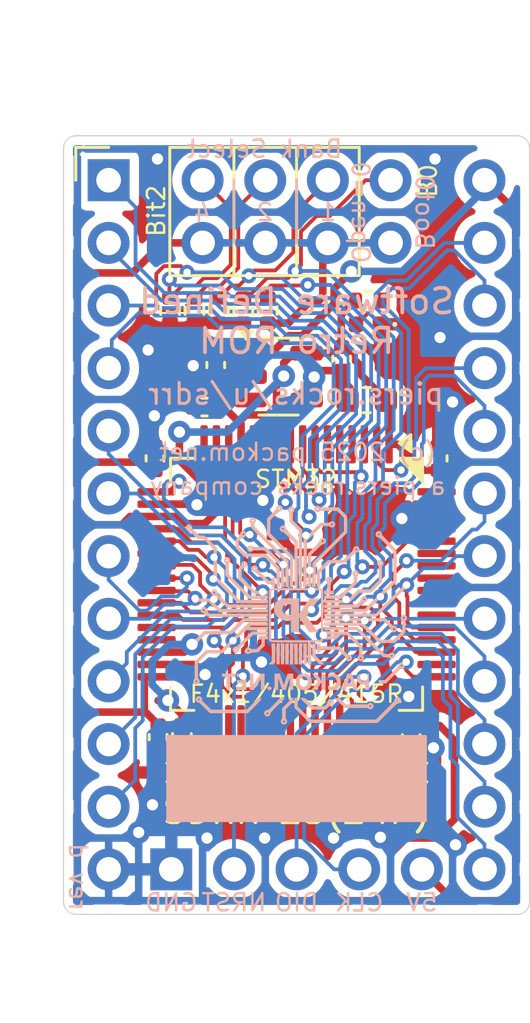
<source format=kicad_pcb>
(kicad_pcb
	(version 20240108)
	(generator "pcbnew")
	(generator_version "8.0")
	(general
		(thickness 1.6)
		(legacy_teardrops no)
	)
	(paper "A4")
	(layers
		(0 "F.Cu" signal)
		(31 "B.Cu" signal)
		(32 "B.Adhes" user "B.Adhesive")
		(33 "F.Adhes" user "F.Adhesive")
		(34 "B.Paste" user)
		(35 "F.Paste" user)
		(36 "B.SilkS" user "B.Silkscreen")
		(37 "F.SilkS" user "F.Silkscreen")
		(38 "B.Mask" user)
		(39 "F.Mask" user)
		(40 "Dwgs.User" user "User.Drawings")
		(41 "Cmts.User" user "User.Comments")
		(42 "Eco1.User" user "User.Eco1")
		(43 "Eco2.User" user "User.Eco2")
		(44 "Edge.Cuts" user)
		(45 "Margin" user)
		(46 "B.CrtYd" user "B.Courtyard")
		(47 "F.CrtYd" user "F.Courtyard")
		(48 "B.Fab" user)
		(49 "F.Fab" user)
		(50 "User.1" user)
		(51 "User.2" user)
		(52 "User.3" user)
		(53 "User.4" user)
		(54 "User.5" user)
		(55 "User.6" user)
		(56 "User.7" user)
		(57 "User.8" user)
		(58 "User.9" user)
	)
	(setup
		(pad_to_mask_clearance 0)
		(allow_soldermask_bridges_in_footprints no)
		(pcbplotparams
			(layerselection 0x00010fc_ffffffff)
			(plot_on_all_layers_selection 0x0000000_00000000)
			(disableapertmacros no)
			(usegerberextensions no)
			(usegerberattributes yes)
			(usegerberadvancedattributes yes)
			(creategerberjobfile yes)
			(dashed_line_dash_ratio 12.000000)
			(dashed_line_gap_ratio 3.000000)
			(svgprecision 4)
			(plotframeref no)
			(viasonmask no)
			(mode 1)
			(useauxorigin no)
			(hpglpennumber 1)
			(hpglpenspeed 20)
			(hpglpendiameter 15.000000)
			(pdf_front_fp_property_popups yes)
			(pdf_back_fp_property_popups yes)
			(dxfpolygonmode yes)
			(dxfimperialunits yes)
			(dxfusepcbnewfont yes)
			(psnegative no)
			(psa4output no)
			(plotreference yes)
			(plotvalue yes)
			(plotfptext yes)
			(plotinvisibletext no)
			(sketchpadsonfab no)
			(subtractmaskfromsilk no)
			(outputformat 1)
			(mirror no)
			(drillshape 1)
			(scaleselection 1)
			(outputdirectory "")
		)
	)
	(net 0 "")
	(net 1 "Net-(C8-Pad1)")
	(net 2 "Net-(C9-Pad1)")
	(net 3 "Net-(U1-VCAP1)")
	(net 4 "unconnected-(U1-PB15-Pad36)")
	(net 5 "GND")
	(net 6 "+5V")
	(net 7 "+3V3")
	(net 8 "NRST")
	(net 9 "SWCLK")
	(net 10 "SWDIO")
	(net 11 "SEL1")
	(net 12 "A2")
	(net 13 "SEL0")
	(net 14 "unconnected-(U1-PB4-Pad56)")
	(net 15 "SEL2")
	(net 16 "BOOT0")
	(net 17 "unconnected-(U1-PB13-Pad34)")
	(net 18 "A0")
	(net 19 "A8")
	(net 20 "D1")
	(net 21 "D4")
	(net 22 "unconnected-(U1-PC15-Pad4)")
	(net 23 "A11")
	(net 24 "D2")
	(net 25 "A12")
	(net 26 "unconnected-(U1-PB9-Pad62)")
	(net 27 "D5")
	(net 28 "unconnected-(U1-PH1-Pad6)")
	(net 29 "unconnected-(U1-PB8-Pad61)")
	(net 30 "unconnected-(U1-PB10-Pad29)")
	(net 31 "unconnected-(U1-PB14-Pad35)")
	(net 32 "unconnected-(U1-PB6-Pad58)")
	(net 33 "D6")
	(net 34 "unconnected-(U1-PA9-Pad42)")
	(net 35 "A9")
	(net 36 "A4")
	(net 37 "D3")
	(net 38 "MCO")
	(net 39 "A3")
	(net 40 "A1")
	(net 41 "D7")
	(net 42 "A7")
	(net 43 "A5")
	(net 44 "A10")
	(net 45 "CS1")
	(net 46 "unconnected-(U1-PA15-Pad50)")
	(net 47 "unconnected-(U1-PH0-Pad5)")
	(net 48 "D0")
	(net 49 "unconnected-(U1-PB12-Pad33)")
	(net 50 "unconnected-(U1-PB5-Pad57)")
	(net 51 "unconnected-(U1-PC14-Pad3)")
	(net 52 "unconnected-(U1-PD2-Pad54)")
	(net 53 "unconnected-(U3-NC-Pad4)")
	(net 54 "unconnected-(U1-PB3-Pad55)")
	(net 55 "A6")
	(net 56 "Net-(D1-A)")
	(net 57 "unconnected-(U1-PB7-Pad59)")
	(footprint "Resistor_SMD:R_0402_1005Metric" (layer "F.Cu") (at 112.1156 36.6268))
	(footprint "Capacitor_SMD:C_0402_1005Metric" (layer "F.Cu") (at 105.9434 39.243 -90))
	(footprint "Capacitor_SMD:C_0603_1608Metric" (layer "F.Cu") (at 112.0648 40.6654 180))
	(footprint "Resistor_SMD:R_0402_1005Metric" (layer "F.Cu") (at 104.0892 37.0332 -90))
	(footprint "Capacitor_SMD:C_0402_1005Metric" (layer "F.Cu") (at 111.0488 38.989 -90))
	(footprint "Resistor_SMD:R_0402_1005Metric" (layer "F.Cu") (at 105.0798 37.0332 -90))
	(footprint "Package_TO_SOT_SMD:SOT-23-5" (layer "F.Cu") (at 108.4889 39.7104))
	(footprint "piers_retro_footprints:TestPoint_THTPad_1.0x1.0mm_Drill0.5mm" (layer "F.Cu") (at 109.22 55.6098))
	(footprint "Resistor_SMD:R_0402_1005Metric" (layer "F.Cu") (at 107.061 37.0332 -90))
	(footprint "Capacitor_SMD:C_0402_1005Metric" (layer "F.Cu") (at 103.4796 43.0276 90))
	(footprint "Capacitor_SMD:C_0402_1005Metric" (layer "F.Cu") (at 113.8682 54.3398 -90))
	(footprint "Resistor_SMD:R_0402_1005Metric" (layer "F.Cu") (at 104.1146 55.7622))
	(footprint "Connector_PinHeader_2.54mm:PinHeader_2x04_P2.54mm_Vertical" (layer "F.Cu") (at 113.03 31.75 -90))
	(footprint "Resistor_SMD:R_0402_1005Metric" (layer "F.Cu") (at 106.0704 37.0332 -90))
	(footprint "piers_retro_footprints:2x12 dip pin output 600mil centres no ss" (layer "F.Cu") (at 101.6 31.75))
	(footprint "Resistor_SMD:R_0402_1005Metric" (layer "F.Cu") (at 114.3508 55.7622 180))
	(footprint "Package_QFP:LQFP-64_10x10mm_P0.5mm" (layer "F.Cu") (at 109.22 48.133 -90))
	(footprint "Capacitor_SMD:C_0402_1005Metric" (layer "F.Cu") (at 103.6066 54.3306 -90))
	(footprint "Capacitor_SMD:C_0402_1005Metric" (layer "F.Cu") (at 105.4862 40.9448 180))
	(footprint "Capacitor_SMD:C_0603_1608Metric" (layer "F.Cu") (at 111.887 55.6098 180))
	(footprint "Capacitor_SMD:C_0603_1608Metric" (layer "F.Cu") (at 106.553 55.5844))
	(footprint "Resistor_SMD:R_0402_1005Metric" (layer "F.Cu") (at 104.5718 54.3398 90))
	(footprint "Connector_PinHeader_2.54mm:PinHeader_1x05_P2.54mm_Vertical" (layer "F.Cu") (at 104.14 59.69 90))
	(footprint "LED_SMD:LED_0402_1005Metric" (layer "F.Cu") (at 112.1156 37.592 180))
	(footprint "Capacitor_SMD:C_0402_1005Metric" (layer "F.Cu") (at 114.9604 43.0276 90))
	(footprint "Resistor_SMD:R_0402_1005Metric" (layer "F.Cu") (at 108.0516 37.0332 90))
	(footprint "piers_footprints:packom_logo_reverse"
		(layer "B.Cu")
		(uuid "35c570c6-5c73-42d0-a794-c2b175ba4380")
		(at 109.22 49.375716 180)
		(property "Reference" "G***"
			(at 0 0 0)
			(layer "B.SilkS")
			(hide yes)
			(uuid "02a10360-b56a-4d15-999f-50aea587dedf")
			(effects
				(font
					(size 1.524 1.524)
					(thickness 0.3)
				)
				(justify mirror)
			)
		)
		(property "Value" "LOGO"
			(at 0.75 0 0)
			(layer "B.SilkS")
			(hide yes)
			(uuid "ee37ff81-e433-4593-b612-0e932cc91bc3")
			(effects
				(font
					(size 1.524 1.524)
					(thickness 0.3)
				)
				(justify mirror)
			)
		)
		(property "Footprint" "piers_footprints:packom_logo_reverse"
			(at 0 0 0)
			(layer "B.Fab")
			(hide yes)
			(uuid "8fb1ea19-08a7-454c-a7ca-f80d85e7df7d")
			(effects
				(font
					(size 1.27 1.27)
					(thickness 0.15)
				)
				(justify mirror)
			)
		)
		(property "Datasheet" ""
			(at 0 0 0)
			(layer "B.Fab")
			(hide yes)
			(uuid "21ae3244-469c-4006-a2ea-df01f5bd5d4d")
			(effects
				(font
					(size 1.27 1.27)
					(thickness 0.15)
				)
				(justify mirror)
			)
		)
		(property "Description" ""
			(at 0 0 0)
			(layer "B.Fab")
			(hide yes)
			(uuid "fe066415-2899-430f-90fe-bf196df52ee0")
			(effects
				(font
					(size 1.27 1.27)
					(thickness 0.15)
				)
				(justify mirror)
			)
		)
		(attr through_hole board_only exclude_from_bom allow_missing_courtyard)
		(fp_poly
			(pts
				(xy 0.264584 -2.00025) (xy 0.137584 -2.00025) (xy 0.137584 -1.153583) (xy 0.264584 -1.153583) (xy 0.264584 -2.00025)
			)
			(stroke
				(width 0.01)
				(type solid)
			)
			(fill solid)
			(layer "B.SilkS")
			(uuid "42b35324-2d1c-42d3-b7ad-ce46b7e36336")
		)
		(fp_poly
			(pts
				(xy -0.09525 -2.00025) (xy -0.22225 -2.00025) (xy -0.22225 -1.153583) (xy -0.09525 -1.153583) (xy -0.09525 -2.00025)
			)
			(stroke
				(width 0.01)
				(type solid)
			)
			(fill solid)
			(layer "B.SilkS")
			(uuid "3adefe72-23f8-4efc-aac0-a6fcebe6b091")
		)
		(fp_poly
			(pts
				(xy 3.01625 -2.497666) (xy 2.836334 -2.497666) (xy 2.836334 -3.037416) (xy 2.688167 -3.037416) (xy 2.688167 -2.497666)
				(xy 2.497667 -2.497666) (xy 2.497667 -2.38125) (xy 3.01625 -2.38125) (xy 3.01625 -2.497666)
			)
			(stroke
				(width 0.01)
				(type solid)
			)
			(fill solid)
			(layer "B.SilkS")
			(uuid "573b5f35-ce2b-4ed1-bfc8-90514a001d61")
		)
		(fp_poly
			(pts
				(xy -0.640291 -1.158875) (xy -0.641285 -1.432249) (xy -0.642278 -1.705623) (xy -0.78931 -1.852936)
				(xy -0.936341 -2.00025) (xy -1.116301 -2.00025) (xy -0.772583 -1.656058) (xy -0.772583 -1.152573)
				(xy -0.640291 -1.158875)
			)
			(stroke
				(width 0.01)
				(type solid)
			)
			(fill solid)
			(layer "B.SilkS")
			(uuid "1b701b3f-98bb-44ba-8f26-098899c4b725")
		)
		(fp_poly
			(pts
				(xy 0.635 -2.00025) (xy 0.511354 -2.00025) (xy 0.504386 -1.792173) (xy 0.502031 -1.70913) (xy 0.500016 -1.613802)
				(xy 0.498487 -1.515067) (xy 0.497591 -1.421807) (xy 0.497417 -1.368839) (xy 0.497417 -1.153583)
				(xy 0.635 -1.153583) (xy 0.635 -2.00025)
			)
			(stroke
				(width 0.01)
				(type solid)
			)
			(fill solid)
			(layer "B.SilkS")
			(uuid "91ef28d2-12d3-410f-b2e0-7f8b4ead83ac")
		)
		(fp_poly
			(pts
				(xy 0.091666 -1.367895) (xy 0.089311 -1.452955) (xy 0.087295 -1.549387) (xy 0.085765 -1.648231)
				(xy 0.084868 -1.740527) (xy 0.084695 -1.791229) (xy 0.084667 -2.00025) (xy -0.042333 -2.00025) (xy -0.042333 -1.153583)
				(xy 0.09861 -1.153583) (xy 0.091666 -1.367895)
			)
			(stroke
				(width 0.01)
				(type solid)
			)
			(fill solid)
			(layer "B.SilkS")
			(uuid "0beb98bd-2e4e-43bd-8d5c-4f7360ee1b79")
		)
		(fp_poly
			(pts
				(xy 1.462704 -2.386541) (xy 1.751542 -2.828061) (xy 1.754398 -2.604655) (xy 1.757254 -2.38125) (xy 1.894417 -2.38125)
				(xy 1.894417 -3.037416) (xy 1.745869 -3.037416) (xy 1.444625 -2.583324) (xy 1.438921 -3.037416)
				(xy 1.30175 -3.037416) (xy 1.30175 -2.380359) (xy 1.462704 -2.386541)
			)
			(stroke
				(width 0.01)
				(type solid)
			)
			(fill solid)
			(layer "B.SilkS")
			(uuid "f66c1fa6-755b-46b5-953c-6c98438a41af")
		)
		(fp_poly
			(pts
				(xy 0.455084 -2.00025) (xy 0.3313 -2.00025) (xy 0.3244 -1.887478) (xy 0.322581 -1.846736) (xy 0.320942 -1.788872)
				(xy 0.319549 -1.717932) (xy 0.318467 -1.63796) (xy 0.317762 -1.553002) (xy 0.3175 -1.467102) (xy 0.3175 -1.153583)
				(xy 0.455084 -1.153583) (xy 0.455084 -2.00025)
			)
			(stroke
				(width 0.01)
				(type solid)
			)
			(fill solid)
			(layer "B.SilkS")
			(uuid "e1e04e82-2060-4c48-8369-ddd6f16e2899")
		)
		(fp_poly
			(pts
				(xy 2.423584 -2.497666) (xy 2.19075 -2.497666) (xy 2.19075 -2.645833) (xy 2.413 -2.645833) (xy 2.413 -2.76225)
				(xy 2.19075 -2.76225) (xy 2.19075 -2.921) (xy 2.44475 -2.921) (xy 2.44475 -3.037416) (xy 2.042584 -3.037416)
				(xy 2.042584 -2.38125) (xy 2.423584 -2.38125) (xy 2.423584 -2.497666)
			)
			(stroke
				(width 0.01)
				(type solid)
			)
			(fill solid)
			(layer "B.SilkS")
			(uuid "5d881fd4-c0ab-4d32-bc26-9e452dd94c6b")
		)
		(fp_poly
			(pts
				(xy 0.814917 -2.00025) (xy 0.690341 -2.00025) (xy 0.68302 -1.690687) (xy 0.681212 -1.60507) (xy 0.679819 -1.52034)
				(xy 0.678877 -1.440527) (xy 0.678425 -1.369662) (xy 0.678498 -1.311776) (xy 0.679135 -1.270899)
				(xy 0.679162 -1.27) (xy 0.682625 -1.158875) (xy 0.814917 -1.152573) (xy 0.814917 -2.00025)
			)
			(stroke
				(width 0.01)
				(type solid)
			)
			(fill solid)
			(layer "B.SilkS")
			(uuid "306d0c13-2669-4b80-90da-234cf09a8cda")
		)
		(fp_poly
			(pts
				(xy -0.275242 -1.505479) (xy -0.275464 -1.593424) (xy -0.276059 -1.677776) (xy -0.276977 -1.755366)
				(xy -0.278165 -1.823026) (xy -0.279572 -1.877588) (xy -0.281149 -1.915884) (xy -0.282064 -1.928812)
				(xy -0.288811 -2.00025) (xy -0.41275 -2.00025) (xy -0.41275 -1.153583) (xy -0.275166 -1.153583)
				(xy -0.275242 -1.505479)
			)
			(stroke
				(width 0.01)
				(type solid)
			)
			(fill solid)
			(layer "B.SilkS")
			(uuid "7ab833bd-f435-4c66-9e66-ff4c9cbc93d6")
		)
		(fp_poly
			(pts
				(xy -0.4552 -1.537229) (xy -0.455405 -1.627041) (xy -0.455937 -1.71159) (xy -0.456753 -1.788189)
				(xy -0.45781 -1.854147) (xy -0.459067 -1.906777) (xy -0.460481 -1.943388) (xy -0.461876 -1.960562)
				(xy -0.468436 -2.00025) (xy -0.592666 -2.00025) (xy -0.592666 -1.153583) (xy -0.455083 -1.153583)
				(xy -0.4552 -1.537229)
			)
			(stroke
				(width 0.01)
				(type solid)
			)
			(fill solid)
			(layer "B.SilkS")
			(uuid "62928005-452d-4cd5-b9fe-f22a3382403d")
		)
		(fp_poly
			(pts
				(xy 1.002353 -1.51077) (xy 0.995974 -1.867958) (xy 1.126514 -2.00025) (xy 1.031 -2.00025) (xy 0.98544 -1.999943)
				(xy 0.955496 -1.998024) (xy 0.935619 -1.992996) (xy 0.920258 -1.98336) (xy 0.903863 -1.96762) (xy 0.90166 -1.96535)
				(xy 0.867834 -1.93045) (xy 0.867834 -1.153583) (xy 1.008732 -1.153583) (xy 1.002353 -1.51077)
			)
			(stroke
				(width 0.01)
				(type solid)
			)
			(fill solid)
			(layer "B.SilkS")
			(uuid "56b20455-808e-4d12-a94d-61d1df4802ff")
		)
		(fp_poly
			(pts
				(xy 1.133458 -2.908102) (xy 1.161944 -2.928789) (xy 1.181126 -2.955708) (xy 1.185334 -2.973916)
				(xy 1.176096 -3.001562) (xy 1.152987 -3.027062) (xy 1.122915 -3.044233) (xy 1.102575 -3.048) (xy 1.072127 -3.041367)
				(xy 1.043886 -3.026065) (xy 1.022153 -2.998323) (xy 1.017827 -2.96725) (xy 1.028728 -2.937537) (xy 1.052674 -2.913874)
				(xy 1.087485 -2.900952) (xy 1.102575 -2.899833) (xy 1.133458 -2.908102)
			)
			(stroke
				(width 0.01)
				(type solid)
			)
			(fill solid)
			(layer "B.SilkS")
			(uuid "4e5d4f2b-6236-4c8b-92b4-608b672c2664")
		)
		(fp_poly
			(pts
				(xy -1.016 -2.691831) (xy -0.914335 -2.53654) (xy -0.81267 -2.38125) (xy -0.635342 -2.38125) (xy -0.747238 -2.534018)
				(xy -0.783231 -2.583496) (xy -0.814473 -2.627089) (xy -0.838956 -2.661939) (xy -0.85467 -2.685189)
				(xy -0.859653 -2.69383) (xy -0.853879 -2.704203) (xy -0.837498 -2.728863) (xy -0.812433 -2.76504)
				(xy -0.780604 -2.809959) (xy -0.743936 -2.860849) (xy -0.742295 -2.863108) (xy -0.705446 -2.914127)
				(xy -0.673306 -2.959207) (xy -0.647804 -2.995594) (xy -0.630868 -3.020535) (xy -0.624429 -3.031277)
				(xy -0.624416 -3.03138) (xy -0.63418 -3.034134) (xy -0.660196 -3.03623) (xy -0.697553 -3.037329)
				(xy -0.712457 -3.037416) (xy -0.800498 -3.037416) (xy -0.908249 -2.877389) (xy -1.016 -2.717361)
				(xy -1.016 -3.037416) (xy -1.164166 -3.037416) (xy -1.164166 -2.38125) (xy -1.016 -2.38125) (xy -1.016 -2.691831)
			)
			(stroke
				(width 0.01)
				(type solid)
			)
			(fill solid)
			(layer "B.SilkS")
			(uuid "a8ec20ca-3403-4b0b-9797-5e22acc9237b")
		)
		(fp_poly
			(pts
				(xy -1.751541 -3.566583) (xy -1.952416 -3.767666) (xy -2.880903 -3.767666) (xy -2.912347 -3.794125)
				(xy -2.955087 -3.817581) (xy -3.001329 -3.821801) (xy -3.046329 -3.807044) (xy -3.074893 -3.785223)
				(xy -3.098115 -3.757462) (xy -3.114412 -3.729765) (xy -3.11743 -3.721266) (xy -3.11765 -3.699649)
				(xy -3.033487 -3.699649) (xy -3.030317 -3.715339) (xy -3.026789 -3.720094) (xy -3.003617 -3.73412)
				(xy -2.97651 -3.733155) (xy -2.954841 -3.717981) (xy -2.952279 -3.713869) (xy -2.94643 -3.692961)
				(xy -2.9571 -3.673494) (xy -2.958838 -3.671536) (xy -2.982296 -3.65375) (xy -3.003366 -3.656638)
				(xy -3.022549 -3.677761) (xy -3.033487 -3.699649) (xy -3.11765 -3.699649) (xy -3.117854 -3.679605)
				(xy -3.101576 -3.638449) (xy -3.072606 -3.602659) (xy -3.034954 -3.577098) (xy -2.992631 -3.566625)
				(xy -2.989814 -3.566583) (xy -2.954694 -3.574548) (xy -2.91501 -3.596258) (xy -2.912096 -3.598333)
				(xy -2.868266 -3.630083) (xy -1.994641 -3.630083) (xy -1.862666 -3.497791) (xy -1.730692 -3.3655)
				(xy -1.550667 -3.3655) (xy -1.751541 -3.566583)
			)
			(stroke
				(width 0.01)
				(type solid)
			)
			(fill solid)
			(layer "B.SilkS")
			(uuid "f0947ed4-a14e-4ce3-adc5-78144b7b63b0")
		)
		(fp_poly
			(pts
				(xy -2.764896 -2.382966) (xy -2.699955 -2.384647) (xy -2.652032 -2.386839) (xy -2.616977 -2.390082)
				(xy -2.590641 -2.394915) (xy -2.568873 -2.401876) (xy -2.548336 -2.411105) (xy -2.502019 -2.440884)
				(xy -2.471542 -2.478567) (xy -2.454891 -2.52781) (xy -2.450041 -2.589359) (xy -2.451112 -2.631892)
				(xy -2.455742 -2.661404) (xy -2.466062 -2.685994) (xy -2.481888 -2.710489) (xy -2.525202 -2.757016)
				(xy -2.580557 -2.789129) (xy -2.650079 -2.807828) (xy -2.699452 -2.813025) (xy -2.783416 -2.817886)
				(xy -2.783416 -3.037416) (xy -2.931583 -3.037416) (xy -2.931583 -2.497666) (xy -2.783416 -2.497666)
				(xy -2.783416 -2.69875) (xy -2.729804 -2.69875) (xy -2.693559 -2.696345) (xy -2.662884 -2.690251)
				(xy -2.653075 -2.686437) (xy -2.629253 -2.669713) (xy -2.617066 -2.657333) (xy -2.608131 -2.634095)
				(xy -2.604057 -2.600093) (xy -2.605468 -2.565301) (xy -2.610074 -2.545765) (xy -2.628833 -2.523898)
				(xy -2.663312 -2.507497) (xy -2.708337 -2.498639) (xy -2.729974 -2.497666) (xy -2.783416 -2.497666)
				(xy -2.931583 -2.497666) (xy -2.931583 -2.37939) (xy -2.764896 -2.382966)
			)
			(stroke
				(width 0.01)
				(type solid)
			)
			(fill solid)
			(layer "B.SilkS")
			(uuid "40d95722-2cdd-4021-9c87-654877b82544")
		)
		(fp_poly
			(pts
				(xy -1.9446 -2.701145) (xy -1.91694 -2.779228) (xy -1.89171 -2.850923) (xy -1.869753 -2.913797)
				(xy -1.851912 -2.965419) (xy -1.839029 -3.003358) (xy -1.831948 -3.025182) (xy -1.83083 -3.029479)
				(xy -1.840581 -3.033317) (xy -1.866247 -3.036135) (xy -1.902579 -3.037395) (xy -1.908254 -3.037416)
				(xy -1.985591 -3.037416) (xy -2.006731 -2.97127) (xy -2.027871 -2.905125) (xy -2.149505 -2.902161)
				(xy -2.271138 -2.899198) (xy -2.292366 -2.965661) (xy -2.313593 -3.032125) (xy -2.393773 -3.035193)
				(xy -2.473952 -3.038261) (xy -2.372576 -2.76108) (xy -2.2296 -2.76108) (xy -2.2261 -2.768175) (xy -2.212054 -2.771623)
				(xy -2.183479 -2.772737) (xy -2.154421 -2.772833) (xy -2.108204 -2.771296) (xy -2.081317 -2.766774)
				(xy -2.074333 -2.76093) (xy -2.077415 -2.746677) (xy -2.085801 -2.716721) (xy -2.098204 -2.675475)
				(xy -2.11306 -2.628216) (xy -2.151787 -2.507406) (xy -2.185177 -2.616307) (xy -2.19977 -2.663703)
				(xy -2.21278 -2.705598) (xy -2.222515 -2.736565) (xy -2.226538 -2.74902) (xy -2.2296 -2.76108) (xy -2.372576 -2.76108)
				(xy -2.235592 -2.386541) (xy -2.058458 -2.380749) (xy -1.9446 -2.701145)
			)
			(stroke
				(width 0.01)
				(type solid)
			)
			(fill solid)
			(layer "B.SilkS")
			(uuid "15650233-991f-42e9-a1cb-bd917e15b0da")
		)
		(fp_poly
			(pts
				(xy -4.191124 -1.945252) (xy -4.185853 -1.94911) (xy -4.156189 -1.982655) (xy -4.135044 -2.025772)
				(xy -4.1275 -2.06613) (xy -4.122684 -2.077825) (xy -4.107661 -2.098456) (xy -4.081569 -2.128959)
				(xy -4.043548 -2.17027) (xy -3.992736 -2.223327) (xy -3.92827 -2.289064) (xy -3.849614 -2.368095)
				(xy -3.571728 -2.645833) (xy -3.33375 -2.645833) (xy -3.33375 -2.772833) (xy -3.479271 -2.772781)
				(xy -3.624791 -2.772728) (xy -4.218231 -2.180166) (xy -4.263882 -2.180166) (xy -4.296728 -2.177098)
				(xy -4.32224 -2.164842) (xy -4.345516 -2.144183) (xy -4.369439 -2.115669) (xy -4.380938 -2.086588)
				(xy -4.381812 -2.067926) (xy -4.295796 -2.067926) (xy -4.287798 -2.085811) (xy -4.283604 -2.08849)
				(xy -4.251052 -2.094033) (xy -4.227732 -2.081711) (xy -4.22275 -2.074333) (xy -4.217262 -2.047817)
				(xy -4.22658 -2.025911) (xy -4.245439 -2.012972) (xy -4.268573 -2.013359) (xy -4.284133 -2.023533)
				(xy -4.294602 -2.043854) (xy -4.295796 -2.067926) (xy -4.381812 -2.067926) (xy -4.382722 -2.04852)
				(xy -4.381594 -2.032) (xy -4.371357 -1.992071) (xy -4.345929 -1.96127) (xy -4.325262 -1.946806)
				(xy -4.27956 -1.929211) (xy -4.232683 -1.928728) (xy -4.191124 -1.945252)
			)
			(stroke
				(width 0.01)
				(type solid)
			)
			(fill solid)
			(layer "B.SilkS")
			(uuid "67dc5317-8677-49a1-95f0-15a3ec105903")
		)
		(fp_poly
			(pts
				(xy -4.304438 0.000831) (xy -4.264498 -0.025982) (xy -4.236797 -0.066188) (xy -4.226045 -0.106196)
				(xy -4.224815 -0.138142) (xy -4.231628 -0.163615) (xy -4.249502 -0.192732) (xy -4.253546 -0.198345)
				(xy -4.28625 -0.243233) (xy -4.28625 -0.651108) (xy -4.108866 -0.828262) (xy -3.931481 -1.005416)
				(xy -3.392374 -1.005416) (xy -2.692726 -0.306916) (xy -1.121833 -0.306916) (xy -1.121833 -0.433916)
				(xy -2.63981 -0.433916) (xy -2.989633 -0.783166) (xy -3.339457 -1.132416) (xy -3.984823 -1.132416)
				(xy -4.196391 -0.920682) (xy -4.407958 -0.708948) (xy -4.41325 -0.473536) (xy -4.418541 -0.238125)
				(xy -4.448982 -0.198332) (xy -4.467285 -0.171316) (xy -4.475119 -0.147314) (xy -4.475186 -0.125884)
				(xy -4.389044 -0.125884) (xy -4.378275 -0.147256) (xy -4.355629 -0.158376) (xy -4.34975 -0.15875)
				(xy -4.327381 -0.151117) (xy -4.318422 -0.143383) (xy -4.30917 -0.119775) (xy -4.314929 -0.096739)
				(xy -4.331192 -0.079955) (xy -4.353453 -0.075101) (xy -4.368271 -0.080563) (xy -4.386265 -0.101304)
				(xy -4.389044 -0.125884) (xy -4.475186 -0.125884) (xy -4.475218 -0.11601) (xy -4.474132 -0.103475)
				(xy -4.460624 -0.052151) (xy -4.43224 -0.01523) (xy -4.390448 0.005909) (xy -4.35264 0.010584) (xy -4.304438 0.000831)
			)
			(stroke
				(width 0.01)
				(type solid)
			)
			(fill solid)
			(layer "B.SilkS")
			(uuid "4b5d16c4-75df-4636-bafe-5e62b3dcd14d")
		)
		(fp_poly
			(pts
				(xy 0.585905 3.618556) (xy 0.629126 3.597297) (xy 0.658902 3.56407) (xy 0.675015 3.523383) (xy 0.677246 3.479749)
				(xy 0.665375 3.437679) (xy 0.639184 3.401684) (xy 0.598454 3.376275) (xy 0.597675 3.375976) (xy 0.568845 3.367938)
				(xy 0.548794 3.3655) (xy 0.534444 3.358034) (xy 0.506359 3.336208) (xy 0.465516 3.300884) (xy 0.412889 3.25292)
				(xy 0.349456 3.193178) (xy 0.306066 3.151507) (xy 0.084667 2.937514) (xy 0.084667 1.143) (xy -0.042333 1.143)
				(xy -0.042333 2.989973) (xy 0.1905 3.222625) (xy 0.256186 3.288428) (xy 0.308316 3.341178) (xy 0.348431 3.382655)
				(xy 0.378077 3.414639) (xy 0.398796 3.438911) (xy 0.412131 3.457249) (xy 0.419626 3.471435) (xy 0.422825 3.483248)
				(xy 0.423334 3.491161) (xy 0.426825 3.509384) (xy 0.511424 3.509384) (xy 0.512108 3.485262) (xy 0.524631 3.466798)
				(xy 0.549691 3.451478) (xy 0.572837 3.457115) (xy 0.581969 3.465905) (xy 0.591041 3.489379) (xy 0.586513 3.513845)
				(xy 0.571256 3.531199) (xy 0.55754 3.534834) (xy 0.527394 3.527617) (xy 0.511424 3.509384) (xy 0.426825 3.509384)
				(xy 0.432669 3.539877) (xy 0.457943 3.580115) (xy 0.495055 3.608664) (xy 0.539905 3.62231) (xy 0.585905 3.618556)
			)
			(stroke
				(width 0.01)
				(type solid)
			)
			(fill solid)
			(layer "B.SilkS")
			(uuid "f259acce-ba4e-454b-8ede-4975394c5508")
		)
		(fp_poly
			(pts
				(xy -0.232957 -3.365565) (xy -0.142875 -3.36563) (xy -0.609515 -3.831166) (xy -1.191155 -3.831166)
				(xy -1.27 -3.751791) (xy -1.306411 -3.715867) (xy -1.332542 -3.692706) (xy -1.352526 -3.679568)
				(xy -1.370498 -3.673718) (xy -1.389856 -3.672416) (xy -1.421684 -3.668342) (xy -1.448644 -3.653115)
				(xy -1.466226 -3.637057) (xy -1.498042 -3.596667) (xy -1.51021 -3.556884) (xy -1.420524 -3.556884)
				(xy -1.408822 -3.578144) (xy -1.387484 -3.587162) (xy -1.361846 -3.580423) (xy -1.350131 -3.571119)
				(xy -1.336795 -3.554116) (xy -1.3335 -3.545416) (xy -1.342204 -3.527787) (xy -1.362385 -3.511386)
				(xy -1.385149 -3.503185) (xy -1.387513 -3.503083) (xy -1.407517 -3.512215) (xy -1.417257 -3.526895)
				(xy -1.420524 -3.556884) (xy -1.51021 -3.556884) (xy -1.510243 -3.556779) (xy -1.503891 -3.513375)
				(xy -1.501074 -3.50544) (xy -1.474339 -3.461982) (xy -1.434949 -3.432868) (xy -1.387385 -3.420912)
				(xy -1.367466 -3.421522) (xy -1.333345 -3.429276) (xy -1.304994 -3.442362) (xy -1.29986 -3.446269)
				(xy -1.273469 -3.480524) (xy -1.254923 -3.524841) (xy -1.248833 -3.563959) (xy -1.24356 -3.586569)
				(xy -1.226035 -3.613356) (xy -1.193701 -3.64821) (xy -1.192938 -3.648965) (xy -1.137043 -3.704166)
				(xy -0.66121 -3.704166) (xy -0.32304 -3.3655) (xy -0.232957 -3.365565)
			)
			(stroke
				(width 0.01)
				(type solid)
			)
			(fill solid)
			(layer "B.SilkS")
			(uuid "bfc14dff-c465-40b6-8154-e67082bb7ed3")
		)
		(fp_poly
			(pts
				(xy -1.341437 -2.380693) (xy -1.280583 -2.393334) (xy -1.280583 -2.538377) (xy -1.314979 -2.521181)
				(xy -1.356897 -2.507468) (xy -1.409314 -2.500166) (xy -1.462349 -2.499973) (xy -1.506119 -2.507588)
				(xy -1.506305 -2.507649) (xy -1.544833 -2.528947) (xy -1.582484 -2.56396) (xy -1.613082 -2.605908)
				(xy -1.62907 -2.642438) (xy -1.638753 -2.709117) (xy -1.631438 -2.772212) (xy -1.608625 -2.828143)
				(xy -1.571814 -2.873329) (xy -1.522504 -2.904188) (xy -1.518822 -2.905643) (xy -1.466411 -2.917408)
				(xy -1.406612 -2.918263) (xy -1.349047 -2.908686) (xy -1.314049 -2.895429) (xy -1.280583 -2.878123)
				(xy -1.280583 -2.946151) (xy -1.281059 -2.98305) (xy -1.284117 -3.004489) (xy -1.292201 -3.016174)
				(xy -1.307756 -3.02381) (xy -1.314979 -3.026426) (xy -1.360055 -3.036925) (xy -1.417773 -3.042653)
				(xy -1.480128 -3.043507) (xy -1.539117 -3.039383) (xy -1.586735 -3.030179) (xy -1.5875 -3.029947)
				(xy -1.646584 -3.002027) (xy -1.70088 -2.958288) (xy -1.744963 -2.90407) (xy -1.77233 -2.848055)
				(xy -1.784488 -2.791162) (xy -1.788252 -2.724949) (xy -1.783989 -2.657275) (xy -1.772069 -2.595998)
				(xy -1.75881 -2.559958) (xy -1.715403 -2.493556) (xy -1.657296 -2.440313) (xy -1.587239 -2.401409)
				(xy -1.507983 -2.378027) (xy -1.42228 -2.371348) (xy -1.341437 -2.380693)
			)
			(stroke
				(width 0.01)
				(type solid)
			)
			(fill solid)
			(layer "B.SilkS")
			(uuid "de2a414f-afb4-409f-93e6-f0804dbefcf9")
		)
		(fp_poly
			(pts
				(xy -1.121833 -0.254) (xy -3.540419 -0.254) (xy -3.679295 -0.394229) (xy -3.728426 -0.444129) (xy -3.764578 -0.481912)
				(xy -3.789856 -0.510309) (xy -3.806365 -0.532052) (xy -3.81621 -0.549873) (xy -3.821496 -0.566504)
				(xy -3.824016 -0.582076) (xy -3.839651 -0.631811) (xy -3.870884 -0.669728) (xy -3.914328 -0.692785)
				(xy -3.953778 -0.6985) (xy -3.987881 -0.695851) (xy -4.013089 -0.684843) (xy -4.0386 -0.662516)
				(xy -4.0614 -0.636417) (xy -4.071912 -0.611752) (xy -4.073962 -0.585546) (xy -3.989869 -0.585546)
				(xy -3.983781 -0.60577) (xy -3.982861 -0.606777) (xy -3.962793 -0.614118) (xy -3.937565 -0.609933)
				(xy -3.918136 -0.596416) (xy -3.916243 -0.593433) (xy -3.909969 -0.569789) (xy -3.911557 -0.556794)
				(xy -3.928143 -0.538769) (xy -3.953118 -0.532675) (xy -3.974549 -0.540171) (xy -3.986311 -0.559825)
				(xy -3.989869 -0.585546) (xy -4.073962 -0.585546) (xy -4.074576 -0.5777) (xy -4.074583 -0.574804)
				(xy -4.066422 -0.521427) (xy -4.042363 -0.481793) (xy -4.003041 -0.456626) (xy -3.963333 -0.447622)
				(xy -3.945274 -0.445325) (xy -3.929347 -0.441245) (xy -3.913012 -0.433436) (xy -3.893727 -0.419953)
				(xy -3.86895 -0.39885) (xy -3.836139 -0.368182) (xy -3.792755 -0.326003) (xy -3.751791 -0.285688)
				(xy -3.593041 -0.129181) (xy -1.121833 -0.119125) (xy -1.121833 -0.254)
			)
			(stroke
				(width 0.01)
				(type solid)
			)
			(fill solid)
			(layer "B.SilkS")
			(uuid "4a25cc05-2386-4c06-9281-bb9a43960c82")
		)
		(fp_poly
			(pts
				(xy -1.123931 -0.55132) (xy -1.127125 -0.619125) (xy -2.42339 -0.619125) (xy -2.971212 -1.166812)
				(xy -3.519034 -1.7145) (xy -3.619538 -1.714656) (xy -3.668669 -1.715257) (xy -3.70362 -1.718168)
				(xy -3.731374 -1.725325) (xy -3.758914 -1.738662) (xy -3.793223 -1.760113) (xy -3.800268 -1.764731)
				(xy -3.830103 -1.781741) (xy -3.85504 -1.786955) (xy -3.88278 -1.780327) (xy -3.916814 -1.764037)
				(xy -3.958889 -1.732149) (xy -3.982403 -1.691737) (xy -3.985091 -1.660554) (xy -3.902011 -1.660554)
				(xy -3.885338 -1.681486) (xy -3.883841 -1.682992) (xy -3.859424 -1.696772) (xy -3.837429 -1.692788)
				(xy -3.82389 -1.673898) (xy -3.822595 -1.654001) (xy -3.832812 -1.624971) (xy -3.851891 -1.612264)
				(xy -3.875613 -1.61796) (xy -3.883464 -1.623981) (xy -3.901403 -1.643908) (xy -3.902011 -1.660554)
				(xy -3.985091 -1.660554) (xy -3.986424 -1.645094) (xy -3.978211 -1.612699) (xy -3.953593 -1.572765)
				(xy -3.916824 -1.542113) (xy -3.874474 -1.525578) (xy -3.857648 -1.524) (xy -3.822528 -1.531964)
				(xy -3.782844 -1.553675) (xy -3.779929 -1.55575) (xy -3.755166 -1.572179) (xy -3.732586 -1.581723)
				(xy -3.704936 -1.586211) (xy -3.664962 -1.587473) (xy -3.654025 -1.5875) (xy -3.57195 -1.5875) (xy -3.025956 -1.041581)
				(xy -2.479961 -0.495662) (xy -1.120737 -0.483516) (xy -1.123931 -0.55132)
			)
			(stroke
				(width 0.01)
				(type solid)
			)
			(fill solid)
			(layer "B.SilkS")
			(uuid "7f7a5387-3d9e-4733-a3d9-99264f25ff18")
		)
		(fp_poly
			(pts
				(xy 0.410226 -2.532062) (xy 0.431166 -2.592429) (xy 0.451811 -2.652728) (xy 0.470091 -2.706863)
				(xy 0.483937 -2.748739) (xy 0.486585 -2.756958) (xy 0.498957 -2.795564) (xy 0.509269 -2.827493)
				(xy 0.515419 -2.846238) (xy 0.515649 -2.846916) (xy 0.521035 -2.846399) (xy 0.529662 -2.829206)
				(xy 0.538341 -2.803355) (xy 0.547581 -2.773585) (xy 0.562302 -2.728516) (xy 0.580948 -2.67281) (xy 0.60196 -2.61113)
				(xy 0.618743 -2.562584) (xy 0.681861 -2.38125) (xy 0.889 -2.38125) (xy 0.889 -3.037416) (xy 0.751417 -3.037416)
				(xy 0.75072 -2.770187) (xy 0.750432 -2.688862) (xy 0.749955 -2.626834) (xy 0.749159 -2.582233) (xy 0.74791 -2.553189)
				(xy 0.746077 -2.537833) (xy 0.743527 -2.534295) (xy 0.740128 -2.540705) (xy 0.735748 -2.555194)
				(xy 0.735562 -2.555875) (xy 0.727682 -2.581994) (xy 0.714096 -2.624129) (xy 0.69612 -2.678325) (xy 0.675067 -2.740628)
				(xy 0.652252 -2.807084) (xy 0.647617 -2.820458) (xy 0.574134 -3.032125) (xy 0.450993 -3.032125)
				(xy 0.414721 -2.931583) (xy 0.397764 -2.884008) (xy 0.376428 -2.823301) (xy 0.353128 -2.756377)
				(xy 0.33028 -2.69015) (xy 0.324162 -2.672291) (xy 0.269875 -2.513541) (xy 0.273192 -2.775479) (xy 0.276508 -3.037416)
				(xy 0.137584 -3.037416) (xy 0.137584 -2.38125) (xy 0.357523 -2.38125) (xy 0.410226 -2.532062)
			)
			(stroke
				(width 0.01)
				(type solid)
			)
			(fill solid)
			(layer "B.SilkS")
			(uuid "0ba9613e-dc43-4e7b-93dd-b5b7610b4ccf")
		)
		(fp_poly
			(pts
				(xy -1.016401 3.112299) (xy -0.976187 3.08567) (xy -0.94685 3.046284) (xy -0.932258 2.998229) (xy -0.931333 2.982281)
				(xy -0.926131 2.969606) (xy -0.909956 2.947452) (xy -0.881953 2.914877) (xy -0.84127 2.870941) (xy -0.787054 2.814699)
				(xy -0.71845 2.745212) (xy -0.69723 2.723938) (xy -0.463127 2.489662) (xy -0.451963 1.14627) (xy -0.486596 1.139344)
				(xy -0.52373 1.134242) (xy -0.556948 1.132417) (xy -0.592666 1.132417) (xy -0.592666 2.441983) (xy -0.81374 2.655033)
				(xy -0.880005 2.718583) (xy -0.933039 2.768629) (xy -0.974575 2.80664) (xy -1.006345 2.834083) (xy -1.030081 2.852428)
				(xy -1.047514 2.863142) (xy -1.060377 2.867694) (xy -1.065094 2.868123) (xy -1.105877 2.877764)
				(xy -1.144375 2.903031) (xy -1.1753 2.938596) (xy -1.193362 2.979135) (xy -1.195916 2.999855) (xy -1.194032 3.00773)
				(xy -1.098833 3.00773) (xy -1.095706 2.97857) (xy -1.080442 2.959341) (xy -1.058138 2.954227) (xy -1.041686 2.96085)
				(xy -1.024837 2.982132) (xy -1.023906 3.006313) (xy -1.036367 3.026588) (xy -1.059694 3.036153)
				(xy -1.069509 3.035776) (xy -1.092092 3.024628) (xy -1.098833 3.00773) (xy -1.194032 3.00773) (xy -1.186177 3.04055)
				(xy -1.160308 3.07736) (xy -1.123331 3.105642) (xy -1.08027 3.120758) (xy -1.063625 3.122084) (xy -1.016401 3.112299)
			)
			(stroke
				(width 0.01)
				(type solid)
			)
			(fill solid)
			(layer "B.SilkS")
			(uuid "9e265de8-eb68-48df-92d3-a965b438fb1c")
		)
		(fp_poly
			(pts
				(xy -2.343546 1.800666) (xy -2.304017 1.776361) (xy -2.276534 1.740872) (xy -2.263165 1.698276)
				(xy -2.265981 1.652651) (xy -2.28705 1.608072) (xy -2.289224 1.605145) (xy -2.301893 1.587214) (xy -2.31013 1.569911)
				(xy -2.314882 1.548185) (xy -2.317098 1.516979) (xy -2.317728 1.471241) (xy -2.31775 1.453193) (xy -2.31775 1.33864)
				(xy -2.045229 1.066326) (xy -1.772708 0.794013) (xy -1.449916 0.791236) (xy -1.127125 0.788459)
				(xy -1.120823 0.656167) (xy -1.815174 0.656167) (xy -2.132608 0.973703) (xy -2.450041 1.29124) (xy -2.453571 1.430956)
				(xy -2.455298 1.488562) (xy -2.457537 1.529158) (xy -2.46099 1.5569) (xy -2.46636 1.575944) (xy -2.47435 1.590444)
				(xy -2.482255 1.600564) (xy -2.501709 1.63155) (xy -2.513884 1.665009) (xy -2.514057 1.665901) (xy -2.513153 1.690863)
				(xy -2.428896 1.690863) (xy -2.424893 1.66427) (xy -2.423239 1.660942) (xy -2.404798 1.644691) (xy -2.380778 1.644464)
				(xy -2.358979 1.659877) (xy -2.355926 1.66423) (xy -2.350001 1.687179) (xy -2.355926 1.701271) (xy -2.376333 1.719764)
				(xy -2.399025 1.72196) (xy -2.418409 1.71121) (xy -2.428896 1.690863) (xy -2.513153 1.690863) (xy -2.512457 1.710052)
				(xy -2.493904 1.751283) (xy -2.462519 1.784696) (xy -2.422423 1.805395) (xy -2.393052 1.809711)
				(xy -2.343546 1.800666)
			)
			(stroke
				(width 0.01)
				(type solid)
			)
			(fill solid)
			(layer "B.SilkS")
			(uuid "6b4212b2-6d4b-45c0-b4b8-71fc079e54f8")
		)
		(fp_poly
			(pts
				(xy -1.267479 1.539352) (xy -1.226318 1.513216) (xy -1.199001 1.473911) (xy -1.195672 1.465052)
				(xy -1.188694 1.41825) (xy -1.200632 1.373035) (xy -1.223199 1.336852) (xy -1.232934 1.32306) (xy -1.239832 1.308909)
				(xy -1.24438 1.29063) (xy -1.247067 1.264451) (xy -1.248378 1.2266) (xy -1.248802 1.173306) (xy -1.248833 1.138415)
				(xy -1.248833 0.973667) (xy -1.121833 0.973667) (xy -1.121833 0.836084) (xy -1.502833 0.836084)
				(xy -1.502833 0.973667) (xy -1.375833 0.973667) (xy -1.375833 1.141868) (xy -1.376158 1.20712) (xy -1.377302 1.254089)
				(xy -1.379519 1.285654) (xy -1.383064 1.304691) (xy -1.388191 1.314077) (xy -1.39123 1.315978) (xy -1.405012 1.328429)
				(xy -1.421985 1.353037) (xy -1.429191 1.366115) (xy -1.444926 1.412239) (xy -1.352681 1.412239)
				(xy -1.342312 1.388985) (xy -1.323294 1.376407) (xy -1.317625 1.375834) (xy -1.300543 1.382621)
				(xy -1.293283 1.388534) (xy -1.281714 1.410632) (xy -1.283443 1.43459) (xy -1.294998 1.455037) (xy -1.312904 1.466602)
				(xy -1.333685 1.463913) (xy -1.339468 1.459939) (xy -1.352401 1.43846) (xy -1.352681 1.412239) (xy -1.444926 1.412239)
				(xy -1.445303 1.413344) (xy -1.441707 1.455897) (xy -1.417858 1.496697) (xy -1.401589 1.514094)
				(xy -1.374212 1.537248) (xy -1.349309 1.547606) (xy -1.318355 1.549475) (xy -1.267479 1.539352)
			)
			(stroke
				(width 0.01)
				(type solid)
			)
			(fill solid)
			(layer "B.SilkS")
			(uuid "5ab45d4a-7ae0-4da7-ae80-099d5733fdf8")
		)
		(fp_poly
			(pts
				(xy 3.379895 1.028759) (xy 3.421572 1.00421) (xy 3.449084 0.964531) (xy 3.46155 0.910732) (xy 3.461922 0.880005)
				(xy 3.451219 0.849816) (xy 3.425546 0.819594) (xy 3.390523 0.794217) (xy 3.351769 0.778561) (xy 3.343096 0.776875)
				(xy 3.329282 0.774073) (xy 3.315372 0.768951) (xy 3.299514 0.759928) (xy 3.279854 0.745424) (xy 3.254538 0.72386)
				(xy 3.221713 0.693656) (xy 3.179525 0.65323) (xy 3.12612 0.601004) (xy 3.059645 0.535397) (xy 3.058584 0.534348)
				(xy 2.820459 0.298813) (xy 1.164167 0.287089) (xy 1.164167 0.423334) (xy 2.767357 0.423334) (xy 2.987054 0.642843)
				(xy 3.050814 0.706745) (xy 3.101031 0.757675) (xy 3.139289 0.797469) (xy 3.167173 0.827962) (xy 3.186265 0.850988)
				(xy 3.19815 0.868382) (xy 3.204412 0.881979) (xy 3.206634 0.893615) (xy 3.20675 0.897369) (xy 3.207482 0.901441)
				(xy 3.294544 0.901441) (xy 3.301264 0.884596) (xy 3.323143 0.869393) (xy 3.352037 0.871696) (xy 3.359343 0.874258)
				(xy 3.372859 0.889039) (xy 3.374986 0.912594) (xy 3.365727 0.935857) (xy 3.359321 0.942653) (xy 3.338129 0.949334)
				(xy 3.316647 0.941071) (xy 3.300307 0.923295) (xy 3.294544 0.901441) (xy 3.207482 0.901441) (xy 3.21502 0.943352)
				(xy 3.237124 0.984811) (xy 3.269004 1.016944) (xy 3.3066 1.03495) (xy 3.324934 1.037167) (xy 3.379895 1.028759)
			)
			(stroke
				(width 0.01)
				(type solid)
			)
			(fill solid)
			(layer "B.SilkS")
			(uuid "43bf90a1-ef7d-4890-a387-e2d16c6ead8d")
		)
		(fp_poly
			(pts
				(xy 2.176513 2.158414) (xy 2.212677 2.127648) (xy 2.236503 2.086798) (xy 2.243667 2.046515) (xy 2.245535 2.022973)
				(xy 2.253333 2.002661) (xy 2.270351 1.979975) (xy 2.299879 1.949308) (xy 2.301875 1.947334) (xy 2.360084 1.889849)
				(xy 2.36059 1.67782) (xy 2.361096 1.465792) (xy 2.040444 1.151177) (xy 1.719792 0.836561) (xy 1.441979 0.836322)
				(xy 1.164167 0.836084) (xy 1.164167 0.973667) (xy 1.688194 0.973667) (xy 2.233084 1.518859) (xy 2.233084 1.837205)
				(xy 2.19295 1.876394) (xy 2.165602 1.898889) (xy 2.140075 1.913054) (xy 2.12911 1.915584) (xy 2.102935 1.919666)
				(xy 2.07199 1.929554) (xy 2.070479 1.930176) (xy 2.027193 1.958113) (xy 1.999595 1.996562) (xy 1.988746 2.041132)
				(xy 1.988859 2.04189) (xy 2.075639 2.04189) (xy 2.083742 2.0194) (xy 2.092854 2.011682) (xy 2.114476 2.001819)
				(xy 2.130046 2.005893) (xy 2.142369 2.016881) (xy 2.155863 2.036369) (xy 2.159 2.047875) (xy 2.152551 2.064569)
				(xy 2.138221 2.08333) (xy 2.12354 2.094843) (xy 2.120507 2.0955) (xy 2.096397 2.087143) (xy 2.080649 2.066871)
				(xy 2.075639 2.04189) (xy 1.988859 2.04189) (xy 1.995708 2.08743) (xy 2.02154 2.131064) (xy 2.02186 2.13143)
				(xy 2.048657 2.155694) (xy 2.076972 2.172281) (xy 2.085324 2.174965) (xy 2.132549 2.175413) (xy 2.176513 2.158414)
			)
			(stroke
				(width 0.01)
				(type solid)
			)
			(fill solid)
			(layer "B.SilkS")
			(uuid "43ba4d38-ab32-4683-9a97-56e4047909f1")
		)
		(fp_poly
			(pts
				(xy 0.264584 -3.466306) (xy 0.423334 -3.624791) (xy 0.582084 -3.783277) (xy 0.582084 -3.996081)
				(xy 0.582206 -4.068658) (xy 0.582755 -4.123045) (xy 0.584002 -4.162218) (xy 0.586216 -4.189154)
				(xy 0.589669 -4.206828) (xy 0.594632 -4.218218) (xy 0.601376 -4.226299) (xy 0.603191 -4.227987)
				(xy 0.629224 -4.26439) (xy 0.638864 -4.30744) (xy 0.633142 -4.351764) (xy 0.613087 -4.391988) (xy 0.579727 -4.422738)
				(xy 0.564385 -4.430568) (xy 0.519385 -4.443438) (xy 0.480082 -4.439581) (xy 0.447009 -4.423866)
				(xy 0.409379 -4.390106) (xy 0.38844 -4.34778) (xy 0.385825 -4.313612) (xy 0.4674 -4.313612) (xy 0.470374 -4.329912)
				(xy 0.482298 -4.343702) (xy 0.507336 -4.359099) (xy 0.530825 -4.353442) (xy 0.537634 -4.347633)
				(xy 0.547919 -4.327327) (xy 0.550334 -4.310793) (xy 0.541841 -4.289477) (xy 0.521701 -4.278155)
				(xy 0.497921 -4.278964) (xy 0.479895 -4.292003) (xy 0.4674 -4.313612) (xy 0.385825 -4.313612) (xy 0.38491 -4.301661)
				(xy 0.399506 -4.256519) (xy 0.418046 -4.231036) (xy 0.4275 -4.220234) (xy 0.434382 -4.209055) (xy 0.4391 -4.194154)
				(xy 0.442062 -4.172186) (xy 0.443677 -4.139805) (xy 0.444353 -4.093666) (xy 0.444499 -4.030422)
				(xy 0.4445 -4.014323) (xy 0.4445 -3.826139) (xy 0.296418 -3.677793) (xy 0.148336 -3.529446) (xy 0.134478 -3.3655)
				(xy 0.264584 -3.3655) (xy 0.264584 -3.466306)
			)
			(stroke
				(width 0.01)
				(type solid)
			)
			(fill solid)
			(layer "B.SilkS")
			(uuid "8e6bcce0-09dd-42b9-93d4-383d4a4fe591")
		)
		(fp_poly
			(pts
				(xy -0.8255 -1.524) (xy -0.963083 -1.524) (xy -0.963083 -1.407583) (xy -1.688315 -1.407583) (xy -1.838991 -1.558528)
				(xy -1.890495 -1.610398) (xy -1.928785 -1.649907) (xy -1.955794 -1.67948) (xy -1.973455 -1.701539)
				(xy -1.983698 -1.718512) (xy -1.988458 -1.732821) (xy -1.989665 -1.746892) (xy -1.989666 -1.7476)
				(xy -1.999709 -1.792097) (xy -2.027686 -1.831362) (xy -2.064159 -1.857586) (xy -2.099136 -1.870713)
				(xy -2.132296 -1.869687) (xy -2.165189 -1.858206) (xy -2.195016 -1.839462) (xy -2.221446 -1.814077)
				(xy -2.221793 -1.813641) (xy -2.236774 -1.789761) (xy -2.24218 -1.763633) (xy -2.24085 -1.732741)
				(xy -2.156544 -1.732741) (xy -2.156247 -1.756387) (xy -2.144194 -1.773235) (xy -2.11807 -1.78194)
				(xy -2.093371 -1.774479) (xy -2.079101 -1.755182) (xy -2.080064 -1.729174) (xy -2.097427 -1.710289)
				(xy -2.123052 -1.703916) (xy -2.14464 -1.712499) (xy -2.156544 -1.732741) (xy -2.24085 -1.732741)
				(xy -2.240775 -1.731003) (xy -2.227219 -1.68038) (xy -2.197524 -1.643436) (xy -2.151766 -1.620244)
				(xy -2.118283 -1.613173) (xy -2.100629 -1.610303) (xy -2.084723 -1.605525) (xy -2.068101 -1.59689)
				(xy -2.0483 -1.58245) (xy -2.022858 -1.560254) (xy -1.989311 -1.528355) (xy -1.945196 -1.484801)
				(xy -1.903815 -1.443438) (xy -1.741214 -1.280583) (xy -0.963083 -1.280583) (xy -0.963083 -1.153583)
				(xy -0.8255 -1.153583) (xy -0.8255 -1.524)
			)
			(stroke
				(width 0.01)
				(type solid)
			)
			(fill solid)
			(layer "B.SilkS")
			(uuid "98e76175-6fdc-4101-bf57-166216db0e3b")
		)
		(fp_poly
			(pts
				(xy 0.893112 -3.607736) (xy 0.959769 -3.674364) (xy 1.013341 -3.727558) (xy 1.055675 -3.768885)
				(xy 1.088621 -3.799913) (xy 1.114024 -3.82221) (xy 1.133734 -3.837343) (xy 1.149598 -3.846878) (xy 1.163464 -3.852385)
				(xy 1.177179 -3.85543) (xy 1.186727 -3.85681) (xy 1.227217 -3.866474) (xy 1.259877 -3.88652) (xy 1.276503 -3.901874)
				(xy 1.29925 -3.926551) (xy 1.309676 -3.94677) (xy 1.311326 -3.972086) (xy 1.309783 -3.991574) (xy 1.298 -4.041554)
				(xy 1.272078 -4.077471) (xy 1.230653 -4.102502) (xy 1.18974 -4.114807) (xy 1.153995 -4.112456) (xy 1.136845 -4.106662)
				(xy 1.103417 -4.083729) (xy 1.075973 -4.048359) (xy 1.060156 -4.008777) (xy 1.058334 -3.992186)
				(xy 1.057667 -3.982574) (xy 1.143794 -3.982574) (xy 1.14895 -4.006197) (xy 1.159893 -4.018427) (xy 1.181346 -4.030655)
				(xy 1.197781 -4.027186) (xy 1.211036 -4.015619) (xy 1.225161 -3.990792) (xy 1.221426 -3.967971)
				(xy 1.202883 -3.952428) (xy 1.172687 -3.949416) (xy 1.152213 -3.960914) (xy 1.143794 -3.982574)
				(xy 1.057667 -3.982574) (xy 1.057609 -3.981743) (xy 1.054517 -3.970714) (xy 1.04768 -3.957536) (xy 1.035719 -3.940649)
				(xy 1.017258 -3.91849) (xy 0.990917 -3.889498) (xy 0.95532 -3.852112) (xy 0.909088 -3.804769) (xy 0.850844 -3.745909)
				(xy 0.779209 -3.67397) (xy 0.764898 -3.659623) (xy 0.471463 -3.3655) (xy 0.651048 -3.3655) (xy 0.893112 -3.607736)
			)
			(stroke
				(width 0.01)
				(type solid)
			)
			(fill solid)
			(layer "B.SilkS")
			(uuid "2f71d7ed-e814-476b-8ecf-9571a5e595af")
		)
		(fp_poly
			(pts
				(xy -2.694761 0.752427) (xy -2.657713 0.7272) (xy -2.627067 0.691563) (xy -2.607714 0.650758) (xy -2.6035 0.622857)
				(xy -2.598996 0.604659) (xy -2.584152 0.580688) (xy -2.556973 0.548229) (xy -2.519734 0.508921)
				(xy -2.435968 0.423334) (xy -1.121833 0.423334) (xy -1.121833 0.28575) (xy -1.336146 0.288283) (xy -1.394274 0.288905)
				(xy -1.469938 0.289614) (xy -1.559508 0.290382) (xy -1.659353 0.291178) (xy -1.765843 0.291976)
				(xy -1.875347 0.292746) (xy -1.984236 0.293459) (xy -2.020901 0.293687) (xy -2.491343 0.296557)
				(xy -2.593564 0.396987) (xy -2.643431 0.444353) (xy -2.681029 0.476262) (xy -2.707509 0.493623)
				(xy -2.72108 0.49765) (xy -2.753626 0.503625) (xy -2.790478 0.518368) (xy -2.823663 0.537868) (xy -2.845208 0.558113)
				(xy -2.846945 0.56097) (xy -2.856833 0.595086) (xy -2.857794 0.619587) (xy -2.77496 0.619587) (xy -2.771711 0.611738)
				(xy -2.753258 0.595919) (xy -2.732434 0.594679) (xy -2.711972 0.600695) (xy -2.704624 0.616852)
				(xy -2.704041 0.629709) (xy -2.707601 0.653376) (xy -2.721647 0.663498) (xy -2.729907 0.66511) (xy -2.756943 0.660969)
				(xy -2.773508 0.64382) (xy -2.77496 0.619587) (xy -2.857794 0.619587) (xy -2.858515 0.637925) (xy -2.852361 0.679339)
				(xy -2.841684 0.705188) (xy -2.816464 0.729807) (xy -2.780199 0.75028) (xy -2.742978 0.761319) (xy -2.73332 0.762)
				(xy -2.694761 0.752427)
			)
			(stroke
				(width 0.01)
				(type solid)
			)
			(fill solid)
			(layer "B.SilkS")
			(uuid "d380c5e3-4d59-4500-9650-f0b29d644b39")
		)
		(fp_poly
			(pts
				(xy 1.920788 2.806274) (xy 1.959926 2.782988) (xy 1.984196 2.752014) (xy 2.000053 2.70251) (xy 1.994926 2.655711)
				(xy 1.968785 2.611387) (xy 1.964022 2.605991) (xy 1.939359 2.581772) (xy 1.91739 2.570121) (xy 1.888211 2.566596)
				(xy 1.875885 2.566459) (xy 1.834643 2.570348) (xy 1.801464 2.584619) (xy 1.78582 2.595563) (xy 1.747662 2.624667)
				(xy 1.296333 2.624667) (xy 0.965666 2.293876) (xy 0.635 1.963085) (xy 0.635 1.132417) (xy 0.584729 1.133645)
				(xy 0.550059 1.135456) (xy 0.521696 1.138579) (xy 0.514236 1.14004) (xy 0.509258 1.141958) (xy 0.505215 1.146202)
				(xy 0.50205 1.154698) (xy 0.499702 1.169372) (xy 0.498114 1.192151) (xy 0.497228 1.224962) (xy 0.496983 1.269729)
				(xy 0.497323 1.32838) (xy 0.498188 1.40284) (xy 0.49952 1.495037) (xy 0.500844 1.580449) (xy 0.507676 2.015689)
				(xy 0.874744 2.38287) (xy 1.179947 2.688167) (xy 1.830917 2.688167) (xy 1.838931 2.662586) (xy 1.858216 2.648976)
				(xy 1.881632 2.648859) (xy 1.902039 2.663758) (xy 1.906783 2.671979) (xy 1.913281 2.696226) (xy 1.90526 2.714312)
				(xy 1.882536 2.728512) (xy 1.857634 2.726679) (xy 1.837981 2.711426) (xy 1.830917 2.688167) (xy 1.179947 2.688167)
				(xy 1.241812 2.75005) (xy 1.497317 2.753504) (xy 1.752822 2.756959) (xy 1.78739 2.786063) (xy 1.828831 2.808796)
				(xy 1.875193 2.815205) (xy 1.920788 2.806274)
			)
			(stroke
				(width 0.01)
				(type solid)
			)
			(fill solid)
			(layer "B.SilkS")
			(uuid "4a546373-abcf-4319-89b2-811dee53bc8d")
		)
		(fp_poly
			(pts
				(xy 1.809645 -0.672041) (xy 2.114036 -0.976312) (xy 2.191878 -1.053914) (xy 2.256323 -1.117625)
				(xy 2.308754 -1.168706) (xy 2.350554 -1.208418) (xy 2.383107 -1.238022) (xy 2.407795 -1.258777)
				(xy 2.426002 -1.271947) (xy 2.439111 -1.27879) (xy 2.447803 -1.280583) (xy 2.496992 -1.289472) (xy 2.540132 -1.313509)
				(xy 2.572854 -1.348749) (xy 2.590792 -1.391247) (xy 2.592877 -1.411625) (xy 2.583175 -1.454723)
				(xy 2.556989 -1.493981) (xy 2.518866 -1.523164) (xy 2.507833 -1.528223) (xy 2.478372 -1.539486)
				(xy 2.459616 -1.54339) (xy 2.442632 -1.540476) (xy 2.423584 -1.533305) (xy 2.379062 -1.506654) (xy 2.349947 -1.469837)
				(xy 2.338943 -1.426344) (xy 2.338942 -1.426246) (xy 2.425252 -1.426246) (xy 2.42792 -1.435368) (xy 2.441819 -1.446605)
				(xy 2.464871 -1.447413) (xy 2.488453 -1.438859) (xy 2.501744 -1.426251) (xy 2.504436 -1.405456)
				(xy 2.492968 -1.384952) (xy 2.473505 -1.370896) (xy 2.452213 -1.369445) (xy 2.447249 -1.371822)
				(xy 2.427873 -1.395247) (xy 2.425252 -1.426246) (xy 2.338942 -1.426246) (xy 2.338917 -1.424051)
				(xy 2.338539 -1.41273) (xy 2.336476 -1.401755) (xy 2.331333 -1.389523) (xy 2.321716 -1.374433) (xy 2.306229 -1.354883)
				(xy 2.283479 -1.329269) (xy 2.252071 -1.295991) (xy 2.210609 -1.253447) (xy 2.157701 -1.200033)
				(xy 2.09195 -1.134148) (xy 2.05045 -1.092657) (xy 1.761983 -0.804333) (xy 1.164167 -0.804333) (xy 1.164167 -0.665605)
				(xy 1.809645 -0.672041)
			)
			(stroke
				(width 0.01)
				(type solid)
			)
			(fill solid)
			(layer "B.SilkS")
			(uuid "6ec966a3-0ad2-4272-8dac-bdcac45ae1ca")
		)
		(fp_poly
			(pts
				(xy 0.222307 4.389682) (xy 0.224761 4.389451) (xy 0.276627 4.375952) (xy 0.31458 4.346557) (xy 0.339065 4.300919)
				(xy 0.33918 4.300569) (xy 0.344045 4.255237) (xy 0.332032 4.210097) (xy 0.306518 4.174765) (xy 0.298996 4.166471)
				(xy 0.293539 4.155121) (xy 0.289818 4.137497) (xy 0.287508 4.110379) (xy 0.28628 4.070547) (xy 0.285807 4.014781)
				(xy 0.28575 3.970406) (xy 0.28575 3.784842) (xy -0.09525 3.401816) (xy -0.09525 1.145469) (xy -0.119062 1.139088)
				(xy -0.145457 1.134831) (xy -0.179494 1.132634) (xy -0.185208 1.13256) (xy -0.227541 1.132415) (xy -0.220863 3.455459)
				(xy -0.036348 3.640774) (xy 0.148167 3.82609) (xy 0.148167 3.99103) (xy 0.147945 4.054301) (xy 0.147026 4.099845)
				(xy 0.145031 4.131098) (xy 0.141581 4.151498) (xy 0.136298 4.16448) (xy 0.128803 4.173482) (xy 0.127967 4.17425)
				(xy 0.100202 4.2123) (xy 0.090288 4.255155) (xy 0.176469 4.255155) (xy 0.181827 4.240129) (xy 0.200054 4.224487)
				(xy 0.228645 4.226217) (xy 0.23726 4.229174) (xy 0.250631 4.243922) (xy 0.253068 4.267449) (xy 0.244376 4.290297)
				(xy 0.238633 4.296412) (xy 0.215544 4.305287) (xy 0.194203 4.298115) (xy 0.179536 4.279778) (xy 0.176469 4.255155)
				(xy 0.090288 4.255155) (xy 0.08988 4.256916) (xy 0.096693 4.303139) (xy 0.120329 4.346008) (xy 0.139948 4.365991)
				(xy 0.164625 4.383635) (xy 0.18863 4.390578) (xy 0.222307 4.389682)
			)
			(stroke
				(width 0.01)
				(type solid)
			)
			(fill solid)
			(layer "B.SilkS")
			(uuid "1d394f21-69ba-4a03-b226-ecb173cc2824")
		)
		(fp_poly
			(pts
				(xy 1.545167 -0.98425) (xy 1.418167 -0.98425) (xy 1.418167 -1.180438) (xy 1.624921 -1.386416) (xy 1.732665 -1.386416)
				(xy 1.782225 -1.386036) (xy 1.815571 -1.38426) (xy 1.837651 -1.380134) (xy 1.853415 -1.372705) (xy 1.867811 -1.361018)
				(xy 1.868702 -1.360196) (xy 1.908657 -1.335519) (xy 1.956057 -1.324269) (xy 1.994071 -1.327039)
				(xy 2.017809 -1.338566) (xy 2.045183 -1.359297) (xy 2.052349 -1.36606) (xy 2.075373 -1.394883) (xy 2.08425 -1.425294)
				(xy 2.084917 -1.440673) (xy 2.076705 -1.494755) (xy 2.051613 -1.53661) (xy 2.008956 -1.567102) (xy 1.973792 -1.580556)
				(xy 1.951493 -1.580242) (xy 1.920715 -1.571924) (xy 1.908952 -1.567124) (xy 1.880873 -1.552674)
				(xy 1.861612 -1.539557) (xy 1.858056 -1.535685) (xy 1.844073 -1.529587) (xy 1.81388 -1.525465) (xy 1.773636 -1.524)
				(xy 1.722072 -1.522967) (xy 1.666925 -1.52029) (xy 1.62874 -1.517322) (xy 1.561042 -1.510644) (xy 1.490845 -1.440382)
				(xy 1.920542 -1.440382) (xy 1.920926 -1.466188) (xy 1.935677 -1.484598) (xy 1.958303 -1.491819)
				(xy 1.982313 -1.484054) (xy 1.98755 -1.47955) (xy 1.999467 -1.456172) (xy 1.99549 -1.432623) (xy 1.979415 -1.415395)
				(xy 1.955035 -1.410978) (xy 1.948383 -1.412541) (xy 1.927771 -1.427606) (xy 1.920542 -1.440382)
				(xy 1.490845 -1.440382) (xy 1.426104 -1.375582) (xy 1.291167 -1.240519) (xy 1.291167 -0.98425) (xy 1.163157 -0.98425)
				(xy 1.169459 -0.851958) (xy 1.545167 -0.846178) (xy 1.545167 -0.98425)
			)
			(stroke
				(width 0.01)
				(type solid)
			)
			(fill solid)
			(layer "B.SilkS")
			(uuid "672380bd-6a03-4d2d-9838-b448f6b311fd")
		)
		(fp_poly
			(pts
				(xy 2.836748 2.342647) (xy 2.848274 2.339761) (xy 2.893761 2.316369) (xy 2.925831 2.279594) (xy 2.941263 2.233585)
				(xy 2.942167 2.218752) (xy 2.934892 2.173842) (xy 2.915478 2.135292) (xy 2.892535 2.113495) (xy 2.887966 2.106154)
				(xy 2.884452 2.088974) (xy 2.881879 2.05983) (xy 2.880136 2.016594) (xy 2.879111 1.957137) (xy 2.878691 1.879334)
				(xy 2.878667 1.849934) (xy 2.878667 1.594835) (xy 2.410354 1.125408) (xy 1.942042 0.65598) (xy 1.553104 0.656073)
				(xy 1.164167 0.656167) (xy 1.164329 0.71173) (xy 1.166111 0.746255) (xy 1.170485 0.773167) (xy 1.173778 0.781956)
				(xy 1.179259 0.785967) (xy 1.191347 0.789013) (xy 1.212072 0.791133) (xy 1.243459 0.792365) (xy 1.287537 0.792748)
				(xy 1.346335 0.79232) (xy 1.421879 0.791119) (xy 1.516199 0.789184) (xy 1.534675 0.788775) (xy 1.886285 0.78093)
				(xy 2.318976 1.213146) (xy 2.751667 1.645361) (xy 2.751667 2.097998) (xy 2.719917 2.134159) (xy 2.695822 2.175038)
				(xy 2.689255 2.218517) (xy 2.690578 2.225025) (xy 2.77571 2.225025) (xy 2.778382 2.200523) (xy 2.79232 2.183632)
				(xy 2.814784 2.17728) (xy 2.838027 2.180919) (xy 2.854302 2.193998) (xy 2.8575 2.206132) (xy 2.850656 2.237273)
				(xy 2.829941 2.252502) (xy 2.815167 2.25425) (xy 2.787886 2.246383) (xy 2.77571 2.225025) (xy 2.690578 2.225025)
				(xy 2.697855 2.260818) (xy 2.719264 2.29816) 
... [322909 chars truncated]
</source>
